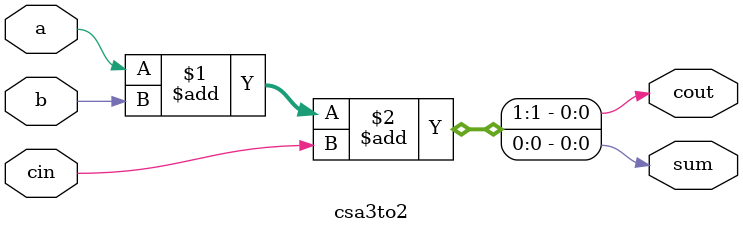
<source format=v>
module csa3to2 #(
        parameter DATA_WIDTH = 1
    )(
        input [DATA_WIDTH - 1:0] a,
        input [DATA_WIDTH - 1:0] b,
        input cin,

        output cout,
        output [DATA_WIDTH - 1:0] sum
    );

    assign {cout, sum} = a + b + cin;

endmodule

</source>
